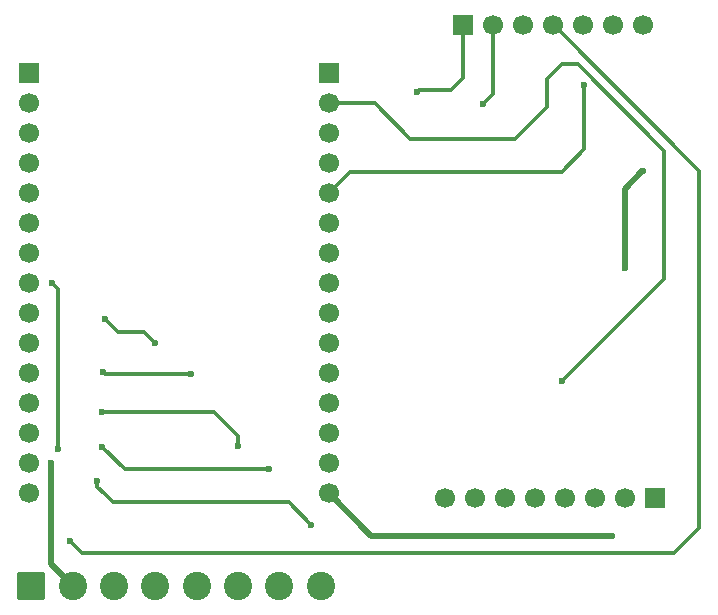
<source format=gbl>
%TF.GenerationSoftware,KiCad,Pcbnew,9.0.5*%
%TF.CreationDate,2025-12-28T15:22:45+02:00*%
%TF.ProjectId,base-schematic-02,62617365-2d73-4636-9865-6d617469632d,rev?*%
%TF.SameCoordinates,Original*%
%TF.FileFunction,Copper,L2,Bot*%
%TF.FilePolarity,Positive*%
%FSLAX46Y46*%
G04 Gerber Fmt 4.6, Leading zero omitted, Abs format (unit mm)*
G04 Created by KiCad (PCBNEW 9.0.5) date 2025-12-28 15:22:45*
%MOMM*%
%LPD*%
G01*
G04 APERTURE LIST*
G04 Aperture macros list*
%AMRoundRect*
0 Rectangle with rounded corners*
0 $1 Rounding radius*
0 $2 $3 $4 $5 $6 $7 $8 $9 X,Y pos of 4 corners*
0 Add a 4 corners polygon primitive as box body*
4,1,4,$2,$3,$4,$5,$6,$7,$8,$9,$2,$3,0*
0 Add four circle primitives for the rounded corners*
1,1,$1+$1,$2,$3*
1,1,$1+$1,$4,$5*
1,1,$1+$1,$6,$7*
1,1,$1+$1,$8,$9*
0 Add four rect primitives between the rounded corners*
20,1,$1+$1,$2,$3,$4,$5,0*
20,1,$1+$1,$4,$5,$6,$7,0*
20,1,$1+$1,$6,$7,$8,$9,0*
20,1,$1+$1,$8,$9,$2,$3,0*%
G04 Aperture macros list end*
%TA.AperFunction,ComponentPad*%
%ADD10R,1.700000X1.700000*%
%TD*%
%TA.AperFunction,ComponentPad*%
%ADD11C,1.700000*%
%TD*%
%TA.AperFunction,ComponentPad*%
%ADD12RoundRect,0.250001X-0.949999X-0.949999X0.949999X-0.949999X0.949999X0.949999X-0.949999X0.949999X0*%
%TD*%
%TA.AperFunction,ComponentPad*%
%ADD13C,2.400000*%
%TD*%
%TA.AperFunction,ViaPad*%
%ADD14C,0.600000*%
%TD*%
%TA.AperFunction,Conductor*%
%ADD15C,0.500000*%
%TD*%
%TA.AperFunction,Conductor*%
%ADD16C,0.300000*%
%TD*%
G04 APERTURE END LIST*
D10*
%TO.P,J2,1,Pin_1*%
%TO.N,D23*%
X79400000Y-59460000D03*
D11*
%TO.P,J2,2,Pin_2*%
%TO.N,D22*%
X79400000Y-62000000D03*
%TO.P,J2,3,Pin_3*%
%TO.N,unconnected-(J2-Pin_3-Pad3)*%
X79400000Y-64540000D03*
%TO.P,J2,4,Pin_4*%
%TO.N,unconnected-(J2-Pin_4-Pad4)*%
X79400000Y-67080000D03*
%TO.P,J2,5,Pin_5*%
%TO.N,D21*%
X79400000Y-69620000D03*
%TO.P,J2,6,Pin_6*%
%TO.N,D19*%
X79400000Y-72160000D03*
%TO.P,J2,7,Pin_7*%
%TO.N,D18*%
X79400000Y-74700000D03*
%TO.P,J2,8,Pin_8*%
%TO.N,unconnected-(J2-Pin_8-Pad8)*%
X79400000Y-77240000D03*
%TO.P,J2,9,Pin_9*%
%TO.N,unconnected-(J2-Pin_9-Pad9)*%
X79400000Y-79780000D03*
%TO.P,J2,10,Pin_10*%
%TO.N,unconnected-(J2-Pin_10-Pad10)*%
X79400000Y-82320000D03*
%TO.P,J2,11,Pin_11*%
%TO.N,unconnected-(J2-Pin_11-Pad11)*%
X79400000Y-84860000D03*
%TO.P,J2,12,Pin_12*%
%TO.N,unconnected-(J2-Pin_12-Pad12)*%
X79400000Y-87400000D03*
%TO.P,J2,13,Pin_13*%
%TO.N,unconnected-(J2-Pin_13-Pad13)*%
X79400000Y-89940000D03*
%TO.P,J2,14,Pin_14*%
%TO.N,GND*%
X79400000Y-92480000D03*
%TO.P,J2,15,Pin_15*%
%TO.N,3V3*%
X79400000Y-95020000D03*
%TD*%
D10*
%TO.P,J1,1,Pin_1*%
%TO.N,unconnected-(J1-Pin_1-Pad1)*%
X54000000Y-59460000D03*
D11*
%TO.P,J1,2,Pin_2*%
%TO.N,unconnected-(J1-Pin_2-Pad2)*%
X54000000Y-62000000D03*
%TO.P,J1,3,Pin_3*%
%TO.N,unconnected-(J1-Pin_3-Pad3)*%
X54000000Y-64540000D03*
%TO.P,J1,4,Pin_4*%
%TO.N,unconnected-(J1-Pin_4-Pad4)*%
X54000000Y-67080000D03*
%TO.P,J1,5,Pin_5*%
%TO.N,unconnected-(J1-Pin_5-Pad5)*%
X54000000Y-69620000D03*
%TO.P,J1,6,Pin_6*%
%TO.N,D32*%
X54000000Y-72160000D03*
%TO.P,J1,7,Pin_7*%
%TO.N,D33*%
X54000000Y-74700000D03*
%TO.P,J1,8,Pin_8*%
%TO.N,D25*%
X54000000Y-77240000D03*
%TO.P,J1,9,Pin_9*%
%TO.N,D26*%
X54000000Y-79780000D03*
%TO.P,J1,10,Pin_10*%
%TO.N,D27*%
X54000000Y-82320000D03*
%TO.P,J1,11,Pin_11*%
%TO.N,D14*%
X54000000Y-84860000D03*
%TO.P,J1,12,Pin_12*%
%TO.N,D12*%
X54000000Y-87400000D03*
%TO.P,J1,13,Pin_13*%
%TO.N,D13*%
X54000000Y-89940000D03*
%TO.P,J1,14,Pin_14*%
%TO.N,GND*%
X54000000Y-92480000D03*
%TO.P,J1,15,Pin_15*%
%TO.N,VIN*%
X54000000Y-95020000D03*
%TD*%
D10*
%TO.P,J3-DAC1,1,Pin_1*%
%TO.N,D19*%
X90750000Y-55325000D03*
D11*
%TO.P,J3-DAC1,2,Pin_2*%
%TO.N,D18*%
X93290000Y-55325000D03*
%TO.P,J3-DAC1,3,Pin_3*%
%TO.N,D23*%
X95830000Y-55325000D03*
%TO.P,J3-DAC1,4,Pin_4*%
%TO.N,D25*%
X98370000Y-55325000D03*
%TO.P,J3-DAC1,5,Pin_5*%
%TO.N,D21*%
X100910000Y-55325000D03*
%TO.P,J3-DAC1,6,Pin_6*%
%TO.N,GND*%
X103450000Y-55325000D03*
%TO.P,J3-DAC1,7,Pin_7*%
%TO.N,3V3*%
X105990000Y-55325000D03*
%TD*%
D12*
%TO.P,J4,1,Pin_1*%
%TO.N,VIN*%
X54200000Y-102875000D03*
D13*
%TO.P,J4,2,Pin_2*%
%TO.N,GND*%
X57700000Y-102875000D03*
%TO.P,J4,3,Pin_3*%
%TO.N,D32*%
X61200000Y-102875000D03*
%TO.P,J4,4,Pin_4*%
%TO.N,D33*%
X64700000Y-102875000D03*
%TO.P,J4,5,Pin_5*%
%TO.N,D26*%
X68200000Y-102875000D03*
%TO.P,J4,6,Pin_6*%
%TO.N,D27*%
X71700000Y-102875000D03*
%TO.P,J4,7,Pin_7*%
%TO.N,D14*%
X75200000Y-102875000D03*
%TO.P,J4,8,Pin_8*%
%TO.N,D12*%
X78700000Y-102875000D03*
%TD*%
D10*
%TO.P,J4-IMU1,1,Pin_1*%
%TO.N,GND*%
X107009138Y-95394959D03*
D11*
%TO.P,J4-IMU1,2,Pin_2*%
%TO.N,3V3*%
X104469138Y-95394959D03*
%TO.P,J4-IMU1,3,Pin_3*%
%TO.N,unconnected-(J4-IMU1-Pin_3-Pad3)*%
X101929138Y-95394959D03*
%TO.P,J4-IMU1,4,Pin_4*%
%TO.N,unconnected-(J4-IMU1-Pin_4-Pad4)*%
X99389138Y-95394959D03*
%TO.P,J4-IMU1,5,Pin_5*%
%TO.N,unconnected-(J4-IMU1-Pin_5-Pad5)*%
X96849138Y-95394959D03*
%TO.P,J4-IMU1,6,Pin_6*%
%TO.N,unconnected-(J4-IMU1-Pin_6-Pad6)*%
X94309138Y-95394959D03*
%TO.P,J4-IMU1,7,Pin_7*%
%TO.N,D13*%
X91769138Y-95394959D03*
%TO.P,J4-IMU1,8,Pin_8*%
%TO.N,D22*%
X89229138Y-95394959D03*
%TD*%
D14*
%TO.N,GND*%
X55850000Y-92450000D03*
%TO.N,D12*%
X77910000Y-97670000D03*
X59800000Y-93930000D03*
%TO.N,D33*%
X60450000Y-80240000D03*
X64700000Y-82270000D03*
%TO.N,D26*%
X67750000Y-84890000D03*
X60310000Y-84750000D03*
%TO.N,D27*%
X71710000Y-91000000D03*
X60210000Y-88130000D03*
%TO.N,D14*%
X60210000Y-91100000D03*
X74300000Y-92990000D03*
%TO.N,D25*%
X55950000Y-77225000D03*
X56447500Y-91230000D03*
X57450000Y-99050000D03*
%TO.N,D21*%
X101025000Y-60450000D03*
%TO.N,D22*%
X99175000Y-85500000D03*
%TO.N,3V3*%
X105990000Y-67685000D03*
X103375000Y-98625000D03*
X104469138Y-75894138D03*
%TO.N,D18*%
X92425000Y-62050000D03*
%TO.N,D19*%
X86825000Y-61075000D03*
%TD*%
D15*
%TO.N,GND*%
X57700000Y-102875000D02*
X55849000Y-101024000D01*
X55849000Y-92451000D02*
X55850000Y-92450000D01*
X55849000Y-101024000D02*
X55849000Y-92451000D01*
D16*
%TO.N,D12*%
X61130000Y-95790000D02*
X75730000Y-95790000D01*
X60440000Y-95100000D02*
X61130000Y-95790000D01*
X75730000Y-95790000D02*
X76030000Y-95790000D01*
X59800000Y-93930000D02*
X59800000Y-94460000D01*
X76030000Y-95790000D02*
X77910000Y-97670000D01*
X59800000Y-94460000D02*
X60440000Y-95100000D01*
%TO.N,D33*%
X64700000Y-82270000D02*
X63750000Y-81320000D01*
X63750000Y-81320000D02*
X61530000Y-81320000D01*
X61530000Y-81320000D02*
X60450000Y-80240000D01*
%TO.N,D26*%
X60310000Y-84750000D02*
X60450000Y-84890000D01*
X60450000Y-84890000D02*
X67750000Y-84890000D01*
%TO.N,D27*%
X71710000Y-91000000D02*
X71710000Y-90770000D01*
X69700000Y-88130000D02*
X60210000Y-88130000D01*
X71720000Y-90760000D02*
X71720000Y-90150000D01*
X71710000Y-90770000D02*
X71720000Y-90760000D01*
X71720000Y-90150000D02*
X69700000Y-88130000D01*
%TO.N,D14*%
X60210000Y-91100000D02*
X62100000Y-92990000D01*
X62100000Y-92990000D02*
X74300000Y-92990000D01*
%TO.N,D25*%
X57450000Y-99050000D02*
X58500000Y-100100000D01*
X58500000Y-100100000D02*
X108575000Y-100100000D01*
X98600322Y-55555322D02*
X98370000Y-55555322D01*
X56447500Y-91230000D02*
X56447500Y-77722500D01*
X56447500Y-77722500D02*
X55950000Y-77225000D01*
X110750000Y-67705000D02*
X98600322Y-55555322D01*
X110750000Y-97925000D02*
X110750000Y-67705000D01*
X108575000Y-100100000D02*
X110750000Y-97925000D01*
%TO.N,D21*%
X101025000Y-60450000D02*
X101025000Y-65900000D01*
X81220000Y-67800000D02*
X79781630Y-69238370D01*
X99125000Y-67800000D02*
X81220000Y-67800000D01*
X79781630Y-69238370D02*
X79781630Y-69620000D01*
X101025000Y-65900000D02*
X99125000Y-67800000D01*
%TO.N,D22*%
X86300000Y-65000000D02*
X83300000Y-62000000D01*
X97875000Y-59975000D02*
X97875000Y-62325000D01*
X86300000Y-65050000D02*
X86300000Y-65000000D01*
X100450000Y-58675000D02*
X99175000Y-58675000D01*
X107800000Y-76875000D02*
X107800000Y-66025000D01*
X97875000Y-62325000D02*
X95150000Y-65050000D01*
X107800000Y-66025000D02*
X100450000Y-58675000D01*
X95150000Y-65050000D02*
X86300000Y-65050000D01*
X99175000Y-58675000D02*
X97875000Y-59975000D01*
X83300000Y-62000000D02*
X79400000Y-62000000D01*
X99175000Y-85500000D02*
X107800000Y-76875000D01*
D15*
%TO.N,3V3*%
X104450000Y-69225000D02*
X105925000Y-67750000D01*
X83005000Y-98625000D02*
X79400000Y-95020000D01*
X104450000Y-75875000D02*
X104450000Y-69225000D01*
X103375000Y-98625000D02*
X83005000Y-98625000D01*
D16*
%TO.N,D18*%
X92425000Y-62050000D02*
X93275000Y-61200000D01*
X93275000Y-55555322D02*
X93290000Y-55555322D01*
X93275000Y-61200000D02*
X93275000Y-55555322D01*
%TO.N,D19*%
X90750000Y-59850000D02*
X90750000Y-55325000D01*
X87000000Y-60900000D02*
X89700000Y-60900000D01*
X89700000Y-60900000D02*
X90750000Y-59850000D01*
X86825000Y-61075000D02*
X87000000Y-60900000D01*
%TD*%
M02*

</source>
